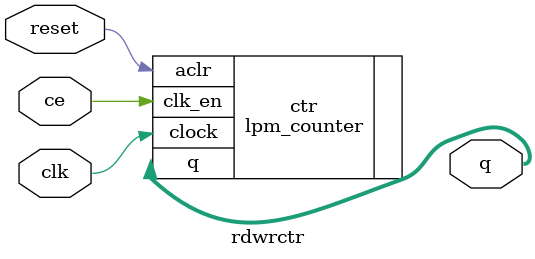
<source format=v>

`default_nettype none

module rambuffer(clk, cerd, cewr, wren, resetrd, resetwr, din, dout);
	input 		clk;
	input 		cerd;
	input 		cewr;
	input 		wren;
	input 		resetrd;
	input 		resetwr;
	input [7:0] din;
	output reg[7:0] dout;

reg [7:0] pixelram[1023:0];

wire [9:0] rdaddr;
wire [9:0] wraddr;

rdwrctr c1(clk, cerd, resetrd, rdaddr);
rdwrctr c2(clk, cewr, resetwr, wraddr);

always @(posedge clk) begin
	if (wren) begin
		pixelram[wraddr] <= din;
	end
	dout <= pixelram[rdaddr];
end

endmodule

module rdwrctr(clk, ce, reset, q);
input clk;
input ce;
input reset;
output [9:0] q;

/*
always @(posedge clk) begin
	if (ce) begin
		if (reset) 
			q <= 0;
		else
			q <= q + 1'b1;
	end
end
*/
lpm_counter ctr(.clock(clk), .clk_en(ce), .aclr(reset), .q(q));
defparam ctr.LPM_WIDTH = 10,
		 ctr.LPM_DIRECTION = "UP";

endmodule

// $Id$
</source>
